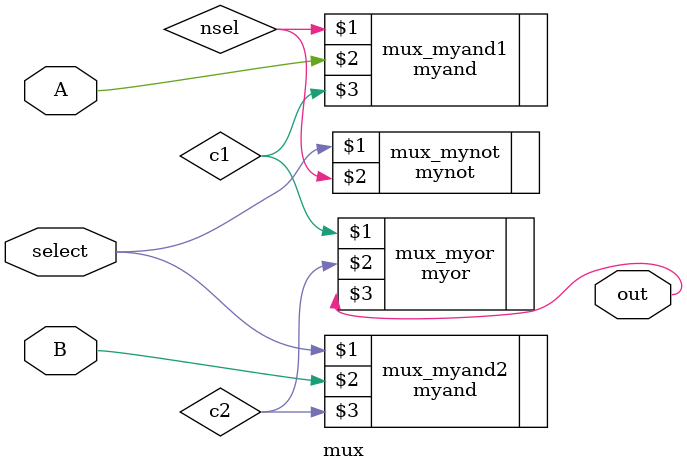
<source format=v>
module mux(
	input wire A,
	input wire B,
	input wire select,
	output wire out
);

	wire nsel;
	wire c1;
	wire c2;

	mynot mux_mynot(select, nsel);
	myand mux_myand1(nsel, A, c1);
	myand mux_myand2(select, B, c2);
	myor mux_myor(c1, c2, out);

//	assign out = (select ? A : B);

endmodule

</source>
